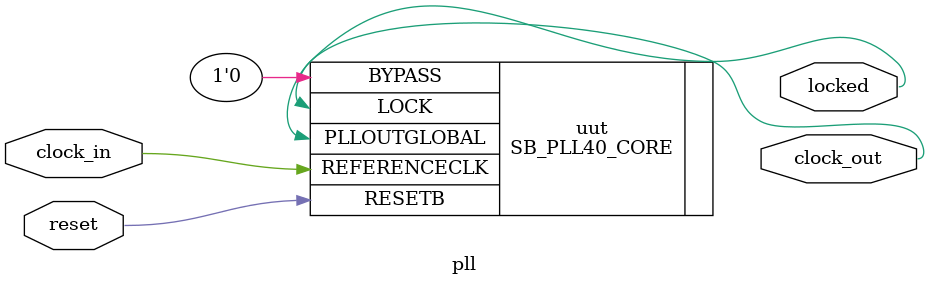
<source format=v>
/**
 * PLL configuration
 *
 * This Verilog module was generated automatically
 * using the icepll tool from the IceStorm project.
 * Use at your own risk.
 *
 * Given input frequency:        12.000 MHz
 * Requested output frequency:  100.400 MHz
 * Achieved output frequency:   100.500 MHz
 */

module pll(
	input  clock_in,
	input  reset,
	output clock_out,
	output locked
	);

SB_PLL40_CORE #(
		.FEEDBACK_PATH("SIMPLE"),
		.DIVR(4'b0000),		// DIVR =  0
		.DIVF(7'b1000010),	// DIVF = 66
		.DIVQ(3'b011),		// DIVQ =  3
		.FILTER_RANGE(3'b001)	// FILTER_RANGE = 1
	) uut (
		.LOCK(locked),
		.RESETB(reset),
		.BYPASS(1'b0),
		.REFERENCECLK(clock_in),
		.PLLOUTGLOBAL(clock_out)

	);

endmodule

</source>
